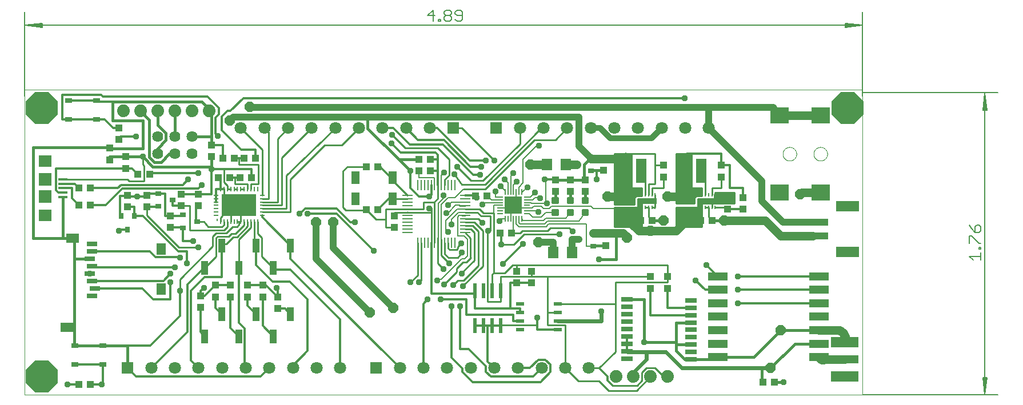
<source format=gtl>
G75*
%MOIN*%
%OFA0B0*%
%FSLAX25Y25*%
%IPPOS*%
%LPD*%
%AMOC8*
5,1,8,0,0,1.08239X$1,22.5*
%
%ADD10C,0.00000*%
%ADD11C,0.00512*%
%ADD12C,0.00600*%
%ADD13R,0.10630X0.06299*%
%ADD14R,0.04331X0.03937*%
%ADD15R,0.03937X0.04331*%
%ADD16C,0.01181*%
%ADD17R,0.06299X0.07087*%
%ADD18R,0.02362X0.08661*%
%ADD19C,0.06400*%
%ADD20C,0.07400*%
%ADD21R,0.07087X0.07087*%
%ADD22C,0.07087*%
%ADD23R,0.05512X0.01378*%
%ADD24R,0.07480X0.07087*%
%ADD25R,0.07480X0.07480*%
%ADD26R,0.18110X0.03937*%
%ADD27R,0.13386X0.06299*%
%ADD28R,0.05906X0.14173*%
%ADD29R,0.03543X0.03150*%
%ADD30R,0.03150X0.03543*%
%ADD31R,0.04724X0.02362*%
%ADD32R,0.07480X0.05512*%
%ADD33R,0.05512X0.07087*%
%ADD34R,0.05906X0.02756*%
%ADD35R,0.00984X0.01969*%
%ADD36R,0.09449X0.03307*%
%ADD37R,0.05118X0.07480*%
%ADD38R,0.07087X0.02756*%
%ADD39R,0.00984X0.02756*%
%ADD40R,0.02756X0.00984*%
%ADD41R,0.20472X0.12598*%
%ADD42R,0.00886X0.01673*%
%ADD43R,0.05906X0.01102*%
%ADD44R,0.01102X0.05906*%
%ADD45R,0.11811X0.04724*%
%ADD46R,0.00787X0.03346*%
%ADD47R,0.03346X0.00787*%
%ADD48R,0.10433X0.10433*%
%ADD49R,0.16000X0.06000*%
%ADD50R,0.16000X0.05000*%
%ADD51R,0.11024X0.09449*%
%ADD52R,0.04134X0.02559*%
%ADD53R,0.03937X0.07874*%
%ADD54C,0.01000*%
%ADD55C,0.00800*%
%ADD56OC8,0.03569*%
%ADD57C,0.01200*%
%ADD58OC8,0.05906*%
%ADD59C,0.05000*%
%ADD60C,0.01600*%
%ADD61C,0.02400*%
%ADD62C,0.04000*%
%ADD63C,0.03200*%
%ADD64OC8,0.18750*%
D10*
X0001256Y0009875D02*
X0001256Y0188103D01*
X0489957Y0188103D01*
X0489957Y0009875D01*
X0001256Y0009875D01*
X0443318Y0150500D02*
X0443320Y0150626D01*
X0443326Y0150752D01*
X0443336Y0150878D01*
X0443350Y0151004D01*
X0443368Y0151129D01*
X0443390Y0151253D01*
X0443415Y0151377D01*
X0443445Y0151500D01*
X0443478Y0151621D01*
X0443516Y0151742D01*
X0443557Y0151861D01*
X0443602Y0151980D01*
X0443650Y0152096D01*
X0443702Y0152211D01*
X0443758Y0152324D01*
X0443818Y0152436D01*
X0443881Y0152545D01*
X0443947Y0152653D01*
X0444016Y0152758D01*
X0444089Y0152861D01*
X0444166Y0152962D01*
X0444245Y0153060D01*
X0444327Y0153156D01*
X0444413Y0153249D01*
X0444501Y0153340D01*
X0444592Y0153427D01*
X0444686Y0153512D01*
X0444782Y0153593D01*
X0444881Y0153672D01*
X0444982Y0153747D01*
X0445086Y0153819D01*
X0445192Y0153888D01*
X0445300Y0153954D01*
X0445410Y0154016D01*
X0445522Y0154074D01*
X0445635Y0154129D01*
X0445751Y0154180D01*
X0445868Y0154228D01*
X0445986Y0154272D01*
X0446106Y0154312D01*
X0446227Y0154348D01*
X0446349Y0154381D01*
X0446472Y0154410D01*
X0446596Y0154434D01*
X0446720Y0154455D01*
X0446845Y0154472D01*
X0446971Y0154485D01*
X0447097Y0154494D01*
X0447223Y0154499D01*
X0447350Y0154500D01*
X0447476Y0154497D01*
X0447602Y0154490D01*
X0447728Y0154479D01*
X0447853Y0154464D01*
X0447978Y0154445D01*
X0448102Y0154422D01*
X0448226Y0154396D01*
X0448348Y0154365D01*
X0448470Y0154331D01*
X0448590Y0154292D01*
X0448709Y0154250D01*
X0448827Y0154205D01*
X0448943Y0154155D01*
X0449058Y0154102D01*
X0449170Y0154045D01*
X0449281Y0153985D01*
X0449390Y0153921D01*
X0449497Y0153854D01*
X0449602Y0153784D01*
X0449705Y0153710D01*
X0449805Y0153633D01*
X0449903Y0153553D01*
X0449998Y0153470D01*
X0450090Y0153384D01*
X0450180Y0153295D01*
X0450267Y0153203D01*
X0450350Y0153109D01*
X0450431Y0153012D01*
X0450509Y0152912D01*
X0450584Y0152810D01*
X0450655Y0152706D01*
X0450723Y0152599D01*
X0450787Y0152491D01*
X0450848Y0152380D01*
X0450906Y0152268D01*
X0450960Y0152154D01*
X0451010Y0152038D01*
X0451057Y0151921D01*
X0451100Y0151802D01*
X0451139Y0151682D01*
X0451175Y0151561D01*
X0451206Y0151438D01*
X0451234Y0151315D01*
X0451258Y0151191D01*
X0451278Y0151066D01*
X0451294Y0150941D01*
X0451306Y0150815D01*
X0451314Y0150689D01*
X0451318Y0150563D01*
X0451318Y0150437D01*
X0451314Y0150311D01*
X0451306Y0150185D01*
X0451294Y0150059D01*
X0451278Y0149934D01*
X0451258Y0149809D01*
X0451234Y0149685D01*
X0451206Y0149562D01*
X0451175Y0149439D01*
X0451139Y0149318D01*
X0451100Y0149198D01*
X0451057Y0149079D01*
X0451010Y0148962D01*
X0450960Y0148846D01*
X0450906Y0148732D01*
X0450848Y0148620D01*
X0450787Y0148509D01*
X0450723Y0148401D01*
X0450655Y0148294D01*
X0450584Y0148190D01*
X0450509Y0148088D01*
X0450431Y0147988D01*
X0450350Y0147891D01*
X0450267Y0147797D01*
X0450180Y0147705D01*
X0450090Y0147616D01*
X0449998Y0147530D01*
X0449903Y0147447D01*
X0449805Y0147367D01*
X0449705Y0147290D01*
X0449602Y0147216D01*
X0449497Y0147146D01*
X0449390Y0147079D01*
X0449281Y0147015D01*
X0449170Y0146955D01*
X0449058Y0146898D01*
X0448943Y0146845D01*
X0448827Y0146795D01*
X0448709Y0146750D01*
X0448590Y0146708D01*
X0448470Y0146669D01*
X0448348Y0146635D01*
X0448226Y0146604D01*
X0448102Y0146578D01*
X0447978Y0146555D01*
X0447853Y0146536D01*
X0447728Y0146521D01*
X0447602Y0146510D01*
X0447476Y0146503D01*
X0447350Y0146500D01*
X0447223Y0146501D01*
X0447097Y0146506D01*
X0446971Y0146515D01*
X0446845Y0146528D01*
X0446720Y0146545D01*
X0446596Y0146566D01*
X0446472Y0146590D01*
X0446349Y0146619D01*
X0446227Y0146652D01*
X0446106Y0146688D01*
X0445986Y0146728D01*
X0445868Y0146772D01*
X0445751Y0146820D01*
X0445635Y0146871D01*
X0445522Y0146926D01*
X0445410Y0146984D01*
X0445300Y0147046D01*
X0445192Y0147112D01*
X0445086Y0147181D01*
X0444982Y0147253D01*
X0444881Y0147328D01*
X0444782Y0147407D01*
X0444686Y0147488D01*
X0444592Y0147573D01*
X0444501Y0147660D01*
X0444413Y0147751D01*
X0444327Y0147844D01*
X0444245Y0147940D01*
X0444166Y0148038D01*
X0444089Y0148139D01*
X0444016Y0148242D01*
X0443947Y0148347D01*
X0443881Y0148455D01*
X0443818Y0148564D01*
X0443758Y0148676D01*
X0443702Y0148789D01*
X0443650Y0148904D01*
X0443602Y0149020D01*
X0443557Y0149139D01*
X0443516Y0149258D01*
X0443478Y0149379D01*
X0443445Y0149500D01*
X0443415Y0149623D01*
X0443390Y0149747D01*
X0443368Y0149871D01*
X0443350Y0149996D01*
X0443336Y0150122D01*
X0443326Y0150248D01*
X0443320Y0150374D01*
X0443318Y0150500D01*
X0461318Y0150500D02*
X0461320Y0150626D01*
X0461326Y0150752D01*
X0461336Y0150878D01*
X0461350Y0151004D01*
X0461368Y0151129D01*
X0461390Y0151253D01*
X0461415Y0151377D01*
X0461445Y0151500D01*
X0461478Y0151621D01*
X0461516Y0151742D01*
X0461557Y0151861D01*
X0461602Y0151980D01*
X0461650Y0152096D01*
X0461702Y0152211D01*
X0461758Y0152324D01*
X0461818Y0152436D01*
X0461881Y0152545D01*
X0461947Y0152653D01*
X0462016Y0152758D01*
X0462089Y0152861D01*
X0462166Y0152962D01*
X0462245Y0153060D01*
X0462327Y0153156D01*
X0462413Y0153249D01*
X0462501Y0153340D01*
X0462592Y0153427D01*
X0462686Y0153512D01*
X0462782Y0153593D01*
X0462881Y0153672D01*
X0462982Y0153747D01*
X0463086Y0153819D01*
X0463192Y0153888D01*
X0463300Y0153954D01*
X0463410Y0154016D01*
X0463522Y0154074D01*
X0463635Y0154129D01*
X0463751Y0154180D01*
X0463868Y0154228D01*
X0463986Y0154272D01*
X0464106Y0154312D01*
X0464227Y0154348D01*
X0464349Y0154381D01*
X0464472Y0154410D01*
X0464596Y0154434D01*
X0464720Y0154455D01*
X0464845Y0154472D01*
X0464971Y0154485D01*
X0465097Y0154494D01*
X0465223Y0154499D01*
X0465350Y0154500D01*
X0465476Y0154497D01*
X0465602Y0154490D01*
X0465728Y0154479D01*
X0465853Y0154464D01*
X0465978Y0154445D01*
X0466102Y0154422D01*
X0466226Y0154396D01*
X0466348Y0154365D01*
X0466470Y0154331D01*
X0466590Y0154292D01*
X0466709Y0154250D01*
X0466827Y0154205D01*
X0466943Y0154155D01*
X0467058Y0154102D01*
X0467170Y0154045D01*
X0467281Y0153985D01*
X0467390Y0153921D01*
X0467497Y0153854D01*
X0467602Y0153784D01*
X0467705Y0153710D01*
X0467805Y0153633D01*
X0467903Y0153553D01*
X0467998Y0153470D01*
X0468090Y0153384D01*
X0468180Y0153295D01*
X0468267Y0153203D01*
X0468350Y0153109D01*
X0468431Y0153012D01*
X0468509Y0152912D01*
X0468584Y0152810D01*
X0468655Y0152706D01*
X0468723Y0152599D01*
X0468787Y0152491D01*
X0468848Y0152380D01*
X0468906Y0152268D01*
X0468960Y0152154D01*
X0469010Y0152038D01*
X0469057Y0151921D01*
X0469100Y0151802D01*
X0469139Y0151682D01*
X0469175Y0151561D01*
X0469206Y0151438D01*
X0469234Y0151315D01*
X0469258Y0151191D01*
X0469278Y0151066D01*
X0469294Y0150941D01*
X0469306Y0150815D01*
X0469314Y0150689D01*
X0469318Y0150563D01*
X0469318Y0150437D01*
X0469314Y0150311D01*
X0469306Y0150185D01*
X0469294Y0150059D01*
X0469278Y0149934D01*
X0469258Y0149809D01*
X0469234Y0149685D01*
X0469206Y0149562D01*
X0469175Y0149439D01*
X0469139Y0149318D01*
X0469100Y0149198D01*
X0469057Y0149079D01*
X0469010Y0148962D01*
X0468960Y0148846D01*
X0468906Y0148732D01*
X0468848Y0148620D01*
X0468787Y0148509D01*
X0468723Y0148401D01*
X0468655Y0148294D01*
X0468584Y0148190D01*
X0468509Y0148088D01*
X0468431Y0147988D01*
X0468350Y0147891D01*
X0468267Y0147797D01*
X0468180Y0147705D01*
X0468090Y0147616D01*
X0467998Y0147530D01*
X0467903Y0147447D01*
X0467805Y0147367D01*
X0467705Y0147290D01*
X0467602Y0147216D01*
X0467497Y0147146D01*
X0467390Y0147079D01*
X0467281Y0147015D01*
X0467170Y0146955D01*
X0467058Y0146898D01*
X0466943Y0146845D01*
X0466827Y0146795D01*
X0466709Y0146750D01*
X0466590Y0146708D01*
X0466470Y0146669D01*
X0466348Y0146635D01*
X0466226Y0146604D01*
X0466102Y0146578D01*
X0465978Y0146555D01*
X0465853Y0146536D01*
X0465728Y0146521D01*
X0465602Y0146510D01*
X0465476Y0146503D01*
X0465350Y0146500D01*
X0465223Y0146501D01*
X0465097Y0146506D01*
X0464971Y0146515D01*
X0464845Y0146528D01*
X0464720Y0146545D01*
X0464596Y0146566D01*
X0464472Y0146590D01*
X0464349Y0146619D01*
X0464227Y0146652D01*
X0464106Y0146688D01*
X0463986Y0146728D01*
X0463868Y0146772D01*
X0463751Y0146820D01*
X0463635Y0146871D01*
X0463522Y0146926D01*
X0463410Y0146984D01*
X0463300Y0147046D01*
X0463192Y0147112D01*
X0463086Y0147181D01*
X0462982Y0147253D01*
X0462881Y0147328D01*
X0462782Y0147407D01*
X0462686Y0147488D01*
X0462592Y0147573D01*
X0462501Y0147660D01*
X0462413Y0147751D01*
X0462327Y0147844D01*
X0462245Y0147940D01*
X0462166Y0148038D01*
X0462089Y0148139D01*
X0462016Y0148242D01*
X0461947Y0148347D01*
X0461881Y0148455D01*
X0461818Y0148564D01*
X0461758Y0148676D01*
X0461702Y0148789D01*
X0461650Y0148904D01*
X0461602Y0149020D01*
X0461557Y0149139D01*
X0461516Y0149258D01*
X0461478Y0149379D01*
X0461445Y0149500D01*
X0461415Y0149623D01*
X0461390Y0149747D01*
X0461368Y0149871D01*
X0461350Y0149996D01*
X0461336Y0150122D01*
X0461326Y0150248D01*
X0461320Y0150374D01*
X0461318Y0150500D01*
D11*
X0489957Y0184353D02*
X0489957Y0233177D01*
X0489701Y0225500D02*
X0479720Y0226524D01*
X0479720Y0226757D02*
X0479720Y0224243D01*
X0489701Y0225500D01*
X0479720Y0224476D01*
X0479720Y0224988D02*
X0489701Y0225500D01*
X0479720Y0226012D01*
X0479720Y0226757D02*
X0489701Y0225500D01*
X0001512Y0225500D01*
X0011492Y0224476D01*
X0011492Y0224243D02*
X0001512Y0225500D01*
X0011492Y0226524D01*
X0011492Y0226757D02*
X0011492Y0224243D01*
X0011492Y0224988D02*
X0001512Y0225500D01*
X0011492Y0226012D01*
X0011492Y0226757D02*
X0001512Y0225500D01*
X0001256Y0233177D02*
X0001256Y0184353D01*
X0489957Y0186228D02*
X0568933Y0186228D01*
X0561256Y0185972D02*
X0562280Y0175992D01*
X0562513Y0175992D02*
X0561256Y0185972D01*
X0560232Y0175992D01*
X0559999Y0175992D02*
X0562513Y0175992D01*
X0561768Y0175992D02*
X0561256Y0185972D01*
X0560744Y0175992D01*
X0559999Y0175992D02*
X0561256Y0185972D01*
X0561256Y0010131D01*
X0562280Y0020111D01*
X0562513Y0020111D02*
X0561256Y0010131D01*
X0560232Y0020111D01*
X0559999Y0020111D02*
X0562513Y0020111D01*
X0561768Y0020111D02*
X0561256Y0010131D01*
X0560744Y0020111D01*
X0559999Y0020111D02*
X0561256Y0010131D01*
X0568933Y0009875D02*
X0489957Y0009875D01*
D12*
X0554424Y0088600D02*
X0552289Y0090735D01*
X0558694Y0090735D01*
X0558694Y0088600D02*
X0558694Y0092870D01*
X0558694Y0095045D02*
X0558694Y0096113D01*
X0557627Y0096113D01*
X0557627Y0095045D01*
X0558694Y0095045D01*
X0558694Y0098268D02*
X0557627Y0098268D01*
X0553356Y0102539D01*
X0552289Y0102539D01*
X0552289Y0098268D01*
X0555491Y0104714D02*
X0555491Y0107916D01*
X0556559Y0108984D01*
X0557627Y0108984D01*
X0558694Y0107916D01*
X0558694Y0105781D01*
X0557627Y0104714D01*
X0555491Y0104714D01*
X0553356Y0106849D01*
X0552289Y0108984D01*
X0256539Y0229129D02*
X0255471Y0228062D01*
X0253336Y0228062D01*
X0252268Y0229129D01*
X0250093Y0229129D02*
X0249026Y0228062D01*
X0246890Y0228062D01*
X0245823Y0229129D01*
X0245823Y0230197D01*
X0246890Y0231265D01*
X0249026Y0231265D01*
X0250093Y0230197D01*
X0250093Y0229129D01*
X0249026Y0231265D02*
X0250093Y0232332D01*
X0250093Y0233400D01*
X0249026Y0234467D01*
X0246890Y0234467D01*
X0245823Y0233400D01*
X0245823Y0232332D01*
X0246890Y0231265D01*
X0243668Y0229129D02*
X0243668Y0228062D01*
X0242600Y0228062D01*
X0242600Y0229129D01*
X0243668Y0229129D01*
X0240425Y0231265D02*
X0236155Y0231265D01*
X0239357Y0234467D01*
X0239357Y0228062D01*
X0252268Y0232332D02*
X0252268Y0233400D01*
X0253336Y0234467D01*
X0255471Y0234467D01*
X0256539Y0233400D01*
X0256539Y0229129D01*
X0256539Y0231265D02*
X0253336Y0231265D01*
X0252268Y0232332D01*
D13*
X0351256Y0124762D03*
X0351256Y0113738D03*
X0386256Y0113738D03*
X0386256Y0124762D03*
D14*
X0373756Y0137154D03*
X0373756Y0143846D03*
X0407506Y0143846D03*
X0407506Y0137154D03*
X0411256Y0125096D03*
X0420006Y0125096D03*
X0420006Y0118404D03*
X0411256Y0118404D03*
X0402102Y0111750D03*
X0395409Y0111750D03*
X0367102Y0111750D03*
X0360409Y0111750D03*
X0340006Y0103846D03*
X0340006Y0097154D03*
X0366256Y0078846D03*
X0376256Y0078846D03*
X0376256Y0072154D03*
X0366256Y0072154D03*
X0296881Y0075279D03*
X0288131Y0075279D03*
X0288131Y0081971D03*
X0296881Y0081971D03*
X0207102Y0118000D03*
X0200409Y0118000D03*
X0231034Y0140500D03*
X0237727Y0140500D03*
X0237727Y0147375D03*
X0231034Y0147375D03*
X0207102Y0143000D03*
X0200409Y0143000D03*
X0102506Y0126971D03*
X0092506Y0126971D03*
X0092506Y0120279D03*
X0102506Y0120279D03*
X0086256Y0114471D03*
X0086256Y0107779D03*
X0072506Y0119654D03*
X0061256Y0119654D03*
X0061256Y0126346D03*
X0072506Y0126346D03*
X0060006Y0142154D03*
X0060006Y0148846D03*
X0056256Y0159029D03*
X0056256Y0165721D03*
X0310631Y0135409D03*
X0310631Y0128716D03*
X0319381Y0128716D03*
X0328131Y0128716D03*
X0328131Y0135409D03*
X0319381Y0135409D03*
X0338756Y0140904D03*
X0338756Y0147596D03*
X0431659Y0017375D03*
X0438352Y0017375D03*
D15*
X0285227Y0104250D03*
X0278534Y0104250D03*
X0270852Y0126125D03*
X0264159Y0126125D03*
X0216881Y0114471D03*
X0216881Y0107779D03*
X0140006Y0073846D03*
X0131256Y0073846D03*
X0121256Y0073846D03*
X0112506Y0073846D03*
X0112506Y0067154D03*
X0103756Y0067596D03*
X0103756Y0060904D03*
X0121256Y0067154D03*
X0131256Y0067154D03*
X0140006Y0067154D03*
X0148756Y0066971D03*
X0148756Y0060279D03*
X0039602Y0016125D03*
X0032909Y0016125D03*
X0032909Y0120500D03*
X0039602Y0120500D03*
X0039602Y0130500D03*
X0032909Y0130500D03*
X0067284Y0138625D03*
X0073977Y0138625D03*
X0050631Y0147154D03*
X0050631Y0153846D03*
X0110006Y0155721D03*
X0110006Y0149029D03*
X0116659Y0148000D03*
X0123352Y0148000D03*
X0129159Y0148000D03*
X0135852Y0148000D03*
X0133352Y0136750D03*
X0126659Y0136750D03*
X0120852Y0136750D03*
X0114159Y0136750D03*
D16*
X0309253Y0124706D02*
X0312009Y0124706D01*
X0312009Y0121950D01*
X0309253Y0121950D01*
X0309253Y0124706D01*
X0309253Y0123130D02*
X0312009Y0123130D01*
X0312009Y0124310D02*
X0309253Y0124310D01*
X0318003Y0124706D02*
X0320759Y0124706D01*
X0320759Y0121950D01*
X0318003Y0121950D01*
X0318003Y0124706D01*
X0318003Y0123130D02*
X0320759Y0123130D01*
X0320759Y0124310D02*
X0318003Y0124310D01*
X0326753Y0124706D02*
X0329509Y0124706D01*
X0329509Y0121950D01*
X0326753Y0121950D01*
X0326753Y0124706D01*
X0326753Y0123130D02*
X0329509Y0123130D01*
X0329509Y0124310D02*
X0326753Y0124310D01*
X0326753Y0117800D02*
X0329509Y0117800D01*
X0329509Y0115044D01*
X0326753Y0115044D01*
X0326753Y0117800D01*
X0326753Y0116224D02*
X0329509Y0116224D01*
X0329509Y0117404D02*
X0326753Y0117404D01*
X0320759Y0117800D02*
X0318003Y0117800D01*
X0320759Y0117800D02*
X0320759Y0115044D01*
X0318003Y0115044D01*
X0318003Y0117800D01*
X0318003Y0116224D02*
X0320759Y0116224D01*
X0320759Y0117404D02*
X0318003Y0117404D01*
X0312009Y0117800D02*
X0309253Y0117800D01*
X0312009Y0117800D02*
X0312009Y0115044D01*
X0309253Y0115044D01*
X0309253Y0117800D01*
X0309253Y0116224D02*
X0312009Y0116224D01*
X0312009Y0117404D02*
X0309253Y0117404D01*
D17*
X0309494Y0093000D03*
X0320518Y0093000D03*
X0316768Y0144250D03*
X0305744Y0144250D03*
D18*
X0278756Y0070736D03*
X0273756Y0070736D03*
X0268756Y0070736D03*
X0263756Y0070736D03*
X0263756Y0050264D03*
X0268756Y0050264D03*
X0273756Y0050264D03*
X0278756Y0050264D03*
D19*
X0098756Y0150500D03*
X0088756Y0150500D03*
X0078756Y0150500D03*
X0078756Y0160500D03*
X0088756Y0160500D03*
X0098756Y0160500D03*
D20*
X0098756Y0175500D03*
X0108756Y0175500D03*
X0088756Y0175500D03*
X0078756Y0175500D03*
X0068756Y0175500D03*
X0058756Y0175500D03*
X0346256Y0020500D03*
X0356256Y0020500D03*
X0366256Y0020500D03*
X0376256Y0020500D03*
D21*
X0206256Y0025500D03*
X0061256Y0025500D03*
X0251256Y0165500D03*
X0276256Y0165500D03*
D22*
X0290035Y0165500D03*
X0303815Y0165500D03*
X0317594Y0165500D03*
X0331374Y0165500D03*
X0345154Y0165500D03*
X0358933Y0165500D03*
X0372713Y0165500D03*
X0386492Y0165500D03*
X0400272Y0165500D03*
X0237476Y0165500D03*
X0223697Y0165500D03*
X0209917Y0165500D03*
X0196138Y0165500D03*
X0182358Y0165500D03*
X0168579Y0165500D03*
X0154799Y0165500D03*
X0141020Y0165500D03*
X0127240Y0165500D03*
X0130154Y0025500D03*
X0116374Y0025500D03*
X0102594Y0025500D03*
X0088815Y0025500D03*
X0075035Y0025500D03*
X0143933Y0025500D03*
X0157713Y0025500D03*
X0171492Y0025500D03*
X0185272Y0025500D03*
X0220035Y0025500D03*
X0233815Y0025500D03*
X0247594Y0025500D03*
X0261374Y0025500D03*
X0275154Y0025500D03*
X0288933Y0025500D03*
X0302713Y0025500D03*
X0316492Y0025500D03*
X0330272Y0025500D03*
D23*
X0023564Y0125382D03*
X0023564Y0127941D03*
X0023564Y0130500D03*
X0023564Y0133059D03*
X0023564Y0135618D03*
D24*
X0013131Y0146248D03*
X0013131Y0114752D03*
D25*
X0013131Y0125500D03*
X0013131Y0135500D03*
D26*
X0460751Y0110687D03*
X0460751Y0102813D03*
D27*
X0481224Y0093364D03*
X0481224Y0120136D03*
D28*
X0395783Y0140500D03*
X0386728Y0140500D03*
X0360783Y0140500D03*
X0351728Y0140500D03*
D29*
X0331443Y0140510D03*
X0323175Y0144250D03*
X0331443Y0147990D03*
X0332693Y0104240D03*
X0324425Y0100500D03*
X0332693Y0096760D03*
X0101837Y0111125D03*
X0093569Y0107385D03*
X0093569Y0114865D03*
X0087462Y0123625D03*
X0079194Y0127365D03*
X0079194Y0119885D03*
D30*
X0064996Y0114437D03*
X0057516Y0114437D03*
X0061256Y0106169D03*
D31*
X0290232Y0063000D03*
X0290232Y0058000D03*
X0290232Y0053000D03*
X0290232Y0048000D03*
X0312280Y0048000D03*
X0312280Y0053000D03*
X0312280Y0058000D03*
X0312280Y0063000D03*
D32*
X0029199Y0101425D03*
X0025656Y0049457D03*
D33*
X0080774Y0071504D03*
X0080774Y0095126D03*
D34*
X0040616Y0093551D03*
X0040616Y0097882D03*
X0039041Y0089220D03*
X0040616Y0084890D03*
X0039041Y0080559D03*
X0040616Y0076228D03*
X0042191Y0071898D03*
X0040616Y0067567D03*
D35*
X0361069Y0119260D03*
X0363037Y0119260D03*
X0365006Y0119260D03*
X0366974Y0119260D03*
X0368943Y0119260D03*
X0368943Y0126740D03*
X0366974Y0126740D03*
X0365006Y0126740D03*
X0363037Y0126740D03*
X0361069Y0126740D03*
X0396069Y0126740D03*
X0398037Y0126740D03*
X0400006Y0126740D03*
X0401974Y0126740D03*
X0403943Y0126740D03*
X0403943Y0119260D03*
X0401974Y0119260D03*
X0400006Y0119260D03*
X0398037Y0119260D03*
X0396069Y0119260D03*
D36*
X0400006Y0123000D03*
X0365006Y0123000D03*
D37*
X0215833Y0124201D03*
X0194179Y0124201D03*
X0194179Y0136799D03*
X0215833Y0136799D03*
D38*
X0352555Y0065500D03*
X0352555Y0061169D03*
X0352555Y0056839D03*
X0352555Y0052508D03*
X0352555Y0048177D03*
X0352555Y0043846D03*
X0352555Y0039516D03*
X0352555Y0035185D03*
X0352555Y0030854D03*
X0389957Y0030500D03*
X0389957Y0034831D03*
X0389957Y0039161D03*
X0389957Y0043492D03*
X0389957Y0047823D03*
X0389957Y0052154D03*
X0389957Y0056484D03*
X0389957Y0060815D03*
X0389957Y0065146D03*
D39*
X0137083Y0111051D03*
X0135114Y0111051D03*
X0133146Y0111051D03*
X0131177Y0111051D03*
X0129209Y0111051D03*
X0127240Y0111051D03*
X0125272Y0111051D03*
X0123303Y0111051D03*
X0121335Y0111051D03*
X0119366Y0111051D03*
X0117398Y0111051D03*
X0115429Y0111051D03*
X0115429Y0129949D03*
X0117398Y0129949D03*
X0119366Y0129949D03*
X0121335Y0129949D03*
X0123303Y0129949D03*
X0125272Y0129949D03*
X0127240Y0129949D03*
X0129209Y0129949D03*
X0131177Y0129949D03*
X0133146Y0129949D03*
X0135114Y0129949D03*
X0137083Y0129949D03*
D40*
X0139642Y0126406D03*
X0139642Y0124437D03*
X0139642Y0122469D03*
X0139642Y0120500D03*
X0139642Y0118531D03*
X0139642Y0116563D03*
X0139642Y0114594D03*
X0112870Y0114594D03*
X0112870Y0116563D03*
X0112870Y0118531D03*
X0112870Y0120500D03*
X0112870Y0122469D03*
X0112870Y0124437D03*
X0112870Y0126406D03*
D41*
X0126256Y0120500D03*
D42*
X0113411Y0111986D03*
D43*
X0224524Y0112547D03*
X0224524Y0110579D03*
X0224524Y0108610D03*
X0224524Y0106642D03*
X0224524Y0104673D03*
X0224524Y0114516D03*
X0224524Y0116484D03*
X0224524Y0118453D03*
X0224524Y0120421D03*
X0224524Y0122390D03*
X0224524Y0124358D03*
X0224524Y0126327D03*
X0257988Y0126327D03*
X0257988Y0124358D03*
X0257988Y0122390D03*
X0257988Y0120421D03*
X0257988Y0118453D03*
X0257988Y0116484D03*
X0257988Y0114516D03*
X0257988Y0112547D03*
X0257988Y0110579D03*
X0257988Y0108610D03*
X0257988Y0106642D03*
X0257988Y0104673D03*
D44*
X0252083Y0098768D03*
X0250114Y0098768D03*
X0248146Y0098768D03*
X0246177Y0098768D03*
X0244209Y0098768D03*
X0242240Y0098768D03*
X0240272Y0098768D03*
X0238303Y0098768D03*
X0236335Y0098768D03*
X0234366Y0098768D03*
X0232398Y0098768D03*
X0230429Y0098768D03*
X0230429Y0132232D03*
X0232398Y0132232D03*
X0234366Y0132232D03*
X0236335Y0132232D03*
X0238303Y0132232D03*
X0240272Y0132232D03*
X0242240Y0132232D03*
X0244209Y0132232D03*
X0246177Y0132232D03*
X0248146Y0132232D03*
X0250114Y0132232D03*
X0252083Y0132232D03*
D45*
X0405478Y0079122D03*
X0405478Y0071248D03*
X0405478Y0063374D03*
X0405478Y0055500D03*
X0405478Y0047626D03*
X0405478Y0039752D03*
X0405478Y0031878D03*
X0464533Y0031878D03*
X0464533Y0039752D03*
X0464533Y0047626D03*
X0464533Y0055500D03*
X0464533Y0063374D03*
X0464533Y0071248D03*
X0464533Y0079122D03*
D46*
X0290980Y0112724D03*
X0289406Y0112724D03*
X0287831Y0112724D03*
X0286256Y0112724D03*
X0284681Y0112724D03*
X0283106Y0112724D03*
X0281531Y0112724D03*
X0281531Y0128276D03*
X0283106Y0128276D03*
X0284681Y0128276D03*
X0286256Y0128276D03*
X0287831Y0128276D03*
X0289406Y0128276D03*
X0290980Y0128276D03*
D47*
X0294031Y0125224D03*
X0294031Y0123650D03*
X0294031Y0122075D03*
X0294031Y0120500D03*
X0294031Y0118925D03*
X0294031Y0117350D03*
X0294031Y0115776D03*
X0278480Y0115776D03*
X0278480Y0117350D03*
X0278480Y0118925D03*
X0278480Y0120500D03*
X0278480Y0122075D03*
X0278480Y0123650D03*
X0278480Y0125224D03*
D48*
X0286256Y0120500D03*
D49*
X0479506Y0040500D03*
X0479506Y0020500D03*
D50*
X0479506Y0030500D03*
D51*
X0465318Y0128059D03*
X0441303Y0128059D03*
X0441303Y0172941D03*
X0465318Y0172941D03*
D52*
X0046925Y0038512D03*
X0030587Y0038512D03*
X0030587Y0027488D03*
X0046925Y0027488D03*
X0043175Y0170613D03*
X0026837Y0170613D03*
X0026837Y0181637D03*
X0043175Y0181637D03*
D53*
X0116256Y0096996D03*
X0136256Y0096996D03*
X0156256Y0096996D03*
X0146256Y0084004D03*
X0126256Y0084004D03*
X0106256Y0084004D03*
X0116256Y0056996D03*
X0136256Y0056996D03*
X0156256Y0056996D03*
X0146256Y0044004D03*
X0126256Y0044004D03*
X0106256Y0044004D03*
D54*
X0091756Y0070500D02*
X0091756Y0077389D01*
X0110887Y0096521D01*
X0110887Y0102341D01*
X0112796Y0104250D01*
X0118756Y0104250D01*
X0122506Y0108000D01*
X0125006Y0108000D01*
X0126256Y0109250D01*
X0126256Y0111051D01*
X0127240Y0111051D01*
X0127240Y0119516D01*
X0122626Y0120500D02*
X0115429Y0113304D01*
X0115429Y0111051D01*
X0117398Y0111051D02*
X0117398Y0109142D01*
X0116256Y0108000D01*
X0108131Y0108000D01*
X0105631Y0111125D01*
X0101837Y0111125D01*
X0097506Y0106125D02*
X0117506Y0106125D01*
X0119381Y0108000D01*
X0119381Y0111036D01*
X0119366Y0111051D01*
X0121335Y0111051D02*
X0121335Y0115421D01*
X0125272Y0111051D02*
X0126256Y0111051D01*
X0129132Y0110975D02*
X0129209Y0111051D01*
X0129132Y0110975D02*
X0129132Y0109093D01*
X0124164Y0104125D01*
X0121798Y0104125D01*
X0120006Y0102333D01*
X0113708Y0102333D01*
X0112887Y0101513D01*
X0112887Y0090635D01*
X0106256Y0084004D01*
X0126256Y0084004D02*
X0126256Y0100560D01*
X0133209Y0107513D01*
X0133209Y0110128D01*
X0133146Y0110191D01*
X0133146Y0111051D01*
X0131209Y0111020D02*
X0131177Y0111051D01*
X0131209Y0111020D02*
X0131209Y0108341D01*
X0124992Y0102125D01*
X0122881Y0102125D01*
X0118756Y0098000D01*
X0117260Y0098000D01*
X0116256Y0096996D01*
X0102506Y0096125D02*
X0091179Y0096125D01*
X0072506Y0114798D01*
X0072506Y0119654D01*
X0092506Y0120279D02*
X0097506Y0120279D01*
X0097506Y0106125D01*
X0117398Y0120500D02*
X0117398Y0129949D01*
X0119366Y0129949D02*
X0121335Y0129949D01*
X0123303Y0129949D02*
X0125272Y0129949D01*
X0127240Y0129949D02*
X0129209Y0129949D01*
X0131177Y0129949D02*
X0131177Y0133000D01*
X0123756Y0133000D01*
X0123756Y0136750D01*
X0119366Y0132077D02*
X0117506Y0133938D01*
X0117506Y0141750D01*
X0126256Y0144250D02*
X0126256Y0148000D01*
X0126256Y0144250D02*
X0137506Y0144250D01*
X0137506Y0133000D01*
X0133131Y0133000D01*
X0133131Y0129949D01*
X0133146Y0129949D01*
X0139642Y0126406D02*
X0139642Y0153098D01*
X0127240Y0165500D01*
X0141020Y0165500D02*
X0143520Y0163000D01*
X0143520Y0124437D01*
X0139642Y0124437D01*
X0139642Y0122469D02*
X0148756Y0122469D01*
X0148756Y0159457D01*
X0154799Y0165500D01*
X0168579Y0165500D02*
X0151256Y0148177D01*
X0151256Y0120500D01*
X0139642Y0120500D01*
X0139642Y0118531D02*
X0153756Y0118531D01*
X0153756Y0138000D01*
X0182358Y0165500D01*
X0186256Y0155618D02*
X0196138Y0165500D01*
X0215395Y0161530D02*
X0222987Y0153938D01*
X0242193Y0153938D01*
X0248756Y0147375D01*
X0248756Y0138000D01*
X0246160Y0135716D01*
X0246160Y0132250D01*
X0246177Y0132232D01*
X0242240Y0132232D02*
X0242240Y0124609D01*
X0240006Y0122375D01*
X0240272Y0122109D01*
X0240272Y0098768D01*
X0242209Y0098736D02*
X0242209Y0086703D01*
X0245599Y0083313D01*
X0253027Y0083729D02*
X0253027Y0081646D01*
X0245631Y0074250D01*
X0251256Y0074131D02*
X0253690Y0076566D01*
X0257121Y0076566D01*
X0265778Y0085223D01*
X0265778Y0105273D01*
X0262458Y0108593D01*
X0258006Y0108593D01*
X0257988Y0108610D01*
X0258067Y0110500D02*
X0257988Y0110579D01*
X0258067Y0110500D02*
X0263443Y0110500D01*
X0268318Y0105625D01*
X0268318Y0085063D01*
X0256881Y0073625D01*
X0256256Y0080500D02*
X0256256Y0081422D01*
X0263591Y0088444D01*
X0263591Y0104632D01*
X0261581Y0106642D01*
X0257988Y0106642D01*
X0257988Y0104673D02*
X0261256Y0101406D01*
X0261256Y0089875D01*
X0261302Y0089875D01*
X0258877Y0087450D01*
X0256748Y0087450D01*
X0253027Y0083729D01*
X0248865Y0086625D02*
X0244209Y0091281D01*
X0244209Y0098768D01*
X0244209Y0100754D01*
X0244223Y0100768D01*
X0246177Y0098768D02*
X0246194Y0098750D01*
X0246194Y0095235D01*
X0246256Y0092049D01*
X0248430Y0089875D01*
X0253756Y0089875D01*
X0256256Y0093000D01*
X0253934Y0095276D02*
X0253172Y0094515D01*
X0249025Y0094515D01*
X0248263Y0095276D01*
X0248263Y0098650D01*
X0248146Y0098768D01*
X0242240Y0098767D02*
X0242230Y0098765D01*
X0242222Y0098761D01*
X0242215Y0098754D01*
X0242211Y0098746D01*
X0242209Y0098736D01*
X0238303Y0098768D02*
X0238303Y0116484D01*
X0224524Y0116484D01*
X0216881Y0116484D01*
X0216881Y0114471D01*
X0211881Y0112375D02*
X0211881Y0107779D01*
X0216881Y0107779D01*
X0211881Y0112375D02*
X0206034Y0112375D01*
X0200409Y0118000D01*
X0200799Y0117611D02*
X0188457Y0117611D01*
X0186895Y0119173D01*
X0186895Y0140577D01*
X0189318Y0143000D01*
X0200409Y0143000D01*
X0208352Y0142980D02*
X0215833Y0135500D01*
X0215833Y0135018D02*
X0224524Y0126327D01*
X0224524Y0124358D02*
X0224506Y0124341D01*
X0220991Y0124341D01*
X0220851Y0124201D01*
X0215833Y0124201D01*
X0211881Y0118453D02*
X0211881Y0112375D01*
X0211881Y0118453D02*
X0224524Y0118453D01*
X0233756Y0118453D01*
X0233756Y0122375D01*
X0240006Y0122375D01*
X0238303Y0118625D02*
X0238303Y0116484D01*
X0224541Y0116502D02*
X0224524Y0116484D01*
X0254848Y0120500D02*
X0254927Y0120421D01*
X0257988Y0120421D01*
X0257988Y0118453D02*
X0266428Y0118453D01*
X0268756Y0116125D01*
X0274693Y0116125D01*
X0274693Y0081125D01*
X0273756Y0080188D01*
X0273756Y0070736D01*
X0278756Y0070736D02*
X0278756Y0078846D01*
X0296881Y0078846D01*
X0296881Y0081971D01*
X0296881Y0078846D02*
X0306256Y0078846D01*
X0306256Y0058000D01*
X0306256Y0050500D01*
X0316492Y0050500D01*
X0316492Y0025500D01*
X0323992Y0018000D01*
X0336256Y0018000D01*
X0341881Y0012375D01*
X0358131Y0012375D01*
X0366256Y0020500D01*
X0361256Y0018288D02*
X0361256Y0023000D01*
X0363756Y0025500D01*
X0368756Y0025500D01*
X0373756Y0020500D01*
X0361256Y0018288D02*
X0358368Y0015400D01*
X0344143Y0015400D01*
X0341156Y0018388D01*
X0341156Y0020600D02*
X0336256Y0025500D01*
X0345631Y0034875D01*
X0345631Y0063000D01*
X0312280Y0063000D01*
X0312280Y0058000D02*
X0306256Y0058000D01*
X0300006Y0050500D02*
X0278756Y0050500D01*
X0278756Y0064250D02*
X0271256Y0064250D01*
X0271256Y0105247D01*
X0271509Y0105500D01*
X0272818Y0105500D01*
X0272818Y0114250D01*
X0267506Y0114250D01*
X0265272Y0116484D01*
X0257988Y0116484D01*
X0257988Y0114516D02*
X0256273Y0114516D01*
X0256256Y0114498D01*
X0257146Y0114498D01*
X0257988Y0112547D02*
X0265771Y0112547D01*
X0268131Y0110187D01*
X0286256Y0104250D02*
X0290006Y0104250D01*
X0291465Y0105710D01*
X0306038Y0105710D01*
X0307765Y0107437D01*
X0318781Y0107437D01*
X0320943Y0105187D01*
X0313131Y0103625D02*
X0292506Y0103625D01*
X0286568Y0097687D01*
X0279159Y0097687D01*
X0255898Y0098437D02*
X0253934Y0096473D01*
X0253934Y0095276D01*
X0232398Y0098768D02*
X0232398Y0076642D01*
X0231256Y0075500D01*
X0230429Y0079673D02*
X0226256Y0075500D01*
X0230429Y0079673D02*
X0230429Y0098768D01*
X0274693Y0081125D02*
X0281256Y0081125D01*
X0285631Y0085500D01*
X0288131Y0085500D01*
X0288131Y0081971D01*
X0288131Y0085500D02*
X0376256Y0085500D01*
X0376256Y0078846D01*
X0376256Y0075522D01*
X0376254Y0075514D01*
X0376250Y0075506D01*
X0376242Y0075502D01*
X0376234Y0075500D01*
X0345631Y0075500D01*
X0345631Y0063000D01*
X0366256Y0078846D02*
X0306256Y0078846D01*
X0278756Y0070736D02*
X0278756Y0064250D01*
X0330272Y0025500D02*
X0336256Y0025500D01*
X0146256Y0084004D02*
X0139624Y0090635D01*
X0139624Y0101513D01*
X0137209Y0103929D01*
X0137209Y0111051D01*
X0135114Y0111051D02*
X0135114Y0098138D01*
X0139642Y0116563D02*
X0156256Y0116563D01*
X0156256Y0135500D01*
X0176256Y0155500D01*
X0186256Y0155500D01*
X0186256Y0155618D01*
X0251256Y0165500D02*
X0256256Y0165500D01*
X0275006Y0146750D01*
X0268621Y0135010D02*
X0290035Y0156424D01*
X0290035Y0165500D01*
X0298496Y0158603D02*
X0269921Y0130028D01*
X0257159Y0130028D01*
X0255978Y0132653D02*
X0269718Y0132653D01*
X0302565Y0165500D01*
X0303815Y0165500D01*
X0310697Y0158603D02*
X0317594Y0165500D01*
X0310697Y0158603D02*
X0298496Y0158603D01*
X0261513Y0135010D02*
X0253185Y0143337D01*
X0253343Y0143025D01*
X0251881Y0138625D02*
X0255978Y0132653D01*
X0261513Y0135010D02*
X0268621Y0135010D01*
X0345006Y0135314D02*
X0355006Y0135314D01*
X0355006Y0136312D02*
X0345006Y0136312D01*
X0345006Y0137311D02*
X0355006Y0137311D01*
X0355006Y0138309D02*
X0345006Y0138309D01*
X0345006Y0139308D02*
X0355006Y0139308D01*
X0355006Y0140306D02*
X0345006Y0140306D01*
X0345006Y0141305D02*
X0355006Y0141305D01*
X0355006Y0142303D02*
X0345006Y0142303D01*
X0345006Y0143302D02*
X0355006Y0143302D01*
X0355006Y0144301D02*
X0345006Y0144301D01*
X0345006Y0145299D02*
X0355006Y0145299D01*
X0355006Y0146298D02*
X0345006Y0146298D01*
X0345006Y0147296D02*
X0355006Y0147296D01*
X0355006Y0148295D02*
X0345006Y0148295D01*
X0345006Y0149293D02*
X0355006Y0149293D01*
X0355006Y0150292D02*
X0345006Y0150292D01*
X0345006Y0150500D02*
X0345006Y0121050D01*
X0356956Y0121050D01*
X0356956Y0124996D01*
X0358010Y0126050D01*
X0361237Y0126050D01*
X0361237Y0130500D01*
X0355006Y0130500D01*
X0355006Y0150500D01*
X0345006Y0150500D01*
X0351728Y0150500D02*
X0368756Y0150500D01*
X0368756Y0143846D01*
X0373756Y0143846D01*
X0368756Y0143846D02*
X0368756Y0133000D01*
X0365006Y0133000D01*
X0365006Y0126740D01*
X0366974Y0126740D02*
X0366974Y0130500D01*
X0373756Y0130500D01*
X0373756Y0137154D01*
X0381256Y0137311D02*
X0390006Y0137311D01*
X0390006Y0138309D02*
X0381256Y0138309D01*
X0381256Y0139308D02*
X0390006Y0139308D01*
X0390006Y0140306D02*
X0381256Y0140306D01*
X0381256Y0141305D02*
X0390006Y0141305D01*
X0390006Y0142303D02*
X0381256Y0142303D01*
X0381256Y0143302D02*
X0390006Y0143302D01*
X0390006Y0144301D02*
X0381256Y0144301D01*
X0381256Y0145299D02*
X0390006Y0145299D01*
X0390006Y0146298D02*
X0381256Y0146298D01*
X0381256Y0147296D02*
X0390006Y0147296D01*
X0390006Y0148295D02*
X0381256Y0148295D01*
X0381256Y0149293D02*
X0390006Y0149293D01*
X0390006Y0150292D02*
X0381256Y0150292D01*
X0381256Y0150500D02*
X0390006Y0150500D01*
X0390006Y0130500D01*
X0396237Y0130500D01*
X0396237Y0126050D01*
X0393010Y0126050D01*
X0391956Y0124996D01*
X0391956Y0121750D01*
X0381256Y0121750D01*
X0381256Y0150500D01*
X0398037Y0138246D02*
X0398037Y0126740D01*
X0396237Y0126327D02*
X0381256Y0126327D01*
X0381256Y0125329D02*
X0392289Y0125329D01*
X0391956Y0124330D02*
X0381256Y0124330D01*
X0381256Y0123332D02*
X0391956Y0123332D01*
X0391956Y0122333D02*
X0381256Y0122333D01*
X0381256Y0119250D02*
X0393756Y0119250D01*
X0393756Y0124250D01*
X0403756Y0124250D01*
X0403756Y0125207D01*
X0403767Y0125217D01*
X0403767Y0125987D01*
X0403774Y0125995D01*
X0403774Y0128000D01*
X0415006Y0128000D01*
X0415006Y0121750D01*
X0396256Y0121750D01*
X0396256Y0120793D01*
X0396245Y0120783D01*
X0396245Y0120013D01*
X0396237Y0120005D01*
X0396237Y0118514D01*
X0396245Y0118506D01*
X0396245Y0117737D01*
X0396256Y0117726D01*
X0396256Y0108000D01*
X0381256Y0108000D01*
X0381256Y0119250D01*
X0381256Y0118339D02*
X0396245Y0118339D01*
X0396256Y0117341D02*
X0381256Y0117341D01*
X0381256Y0116342D02*
X0396256Y0116342D01*
X0396256Y0115344D02*
X0381256Y0115344D01*
X0381256Y0114345D02*
X0396256Y0114345D01*
X0396256Y0113347D02*
X0381256Y0113347D01*
X0381256Y0112348D02*
X0396256Y0112348D01*
X0396256Y0111350D02*
X0381256Y0111350D01*
X0381256Y0110351D02*
X0396256Y0110351D01*
X0396256Y0109353D02*
X0381256Y0109353D01*
X0381256Y0108354D02*
X0396256Y0108354D01*
X0399974Y0113878D02*
X0402102Y0111750D01*
X0399974Y0113878D02*
X0399974Y0119260D01*
X0398037Y0119260D01*
X0396237Y0119338D02*
X0393756Y0119338D01*
X0393756Y0120336D02*
X0396245Y0120336D01*
X0396256Y0121335D02*
X0393756Y0121335D01*
X0393756Y0122333D02*
X0415006Y0122333D01*
X0415006Y0123332D02*
X0393756Y0123332D01*
X0401974Y0123000D02*
X0401974Y0119260D01*
X0403943Y0119260D02*
X0403974Y0119260D01*
X0406256Y0119260D01*
X0410400Y0119260D01*
X0415006Y0124330D02*
X0403756Y0124330D01*
X0403767Y0125329D02*
X0415006Y0125329D01*
X0415006Y0126327D02*
X0403774Y0126327D01*
X0403774Y0127326D02*
X0415006Y0127326D01*
X0407506Y0130500D02*
X0401974Y0130500D01*
X0401974Y0126740D01*
X0396237Y0127326D02*
X0381256Y0127326D01*
X0381256Y0128324D02*
X0396237Y0128324D01*
X0396237Y0129323D02*
X0381256Y0129323D01*
X0381256Y0130321D02*
X0396237Y0130321D01*
X0390006Y0131320D02*
X0381256Y0131320D01*
X0381256Y0132318D02*
X0390006Y0132318D01*
X0390006Y0133317D02*
X0381256Y0133317D01*
X0381256Y0134315D02*
X0390006Y0134315D01*
X0390006Y0135314D02*
X0381256Y0135314D01*
X0381256Y0136312D02*
X0390006Y0136312D01*
X0407506Y0137154D02*
X0407506Y0130500D01*
X0368943Y0126740D02*
X0368943Y0123000D01*
X0368943Y0119260D01*
X0366974Y0119260D01*
X0365006Y0119260D02*
X0365006Y0113846D01*
X0367102Y0111750D01*
X0361256Y0111350D02*
X0345006Y0111350D01*
X0345006Y0112348D02*
X0361256Y0112348D01*
X0361256Y0113347D02*
X0345006Y0113347D01*
X0345006Y0114345D02*
X0361256Y0114345D01*
X0361256Y0115344D02*
X0345006Y0115344D01*
X0345006Y0116342D02*
X0361256Y0116342D01*
X0361256Y0117341D02*
X0345006Y0117341D01*
X0345006Y0118339D02*
X0361245Y0118339D01*
X0361245Y0118506D02*
X0361245Y0117737D01*
X0361256Y0117726D01*
X0361256Y0108000D01*
X0350869Y0108000D01*
X0350772Y0108040D01*
X0345006Y0108040D01*
X0345006Y0119250D01*
X0358756Y0119250D01*
X0358756Y0124250D01*
X0361256Y0124250D01*
X0361256Y0120793D01*
X0361245Y0120783D01*
X0361245Y0120013D01*
X0361237Y0120005D01*
X0361237Y0118514D01*
X0361245Y0118506D01*
X0361237Y0119338D02*
X0358756Y0119338D01*
X0358756Y0120336D02*
X0361245Y0120336D01*
X0361256Y0121335D02*
X0358756Y0121335D01*
X0358756Y0122333D02*
X0361256Y0122333D01*
X0361256Y0123332D02*
X0358756Y0123332D01*
X0356956Y0123332D02*
X0345006Y0123332D01*
X0345006Y0124330D02*
X0356956Y0124330D01*
X0357289Y0125329D02*
X0345006Y0125329D01*
X0345006Y0126327D02*
X0361237Y0126327D01*
X0361237Y0127326D02*
X0345006Y0127326D01*
X0345006Y0128324D02*
X0361237Y0128324D01*
X0361237Y0129323D02*
X0345006Y0129323D01*
X0345006Y0130321D02*
X0361237Y0130321D01*
X0363037Y0126740D02*
X0363037Y0139640D01*
X0355006Y0134315D02*
X0345006Y0134315D01*
X0345006Y0133317D02*
X0355006Y0133317D01*
X0355006Y0132318D02*
X0345006Y0132318D01*
X0345006Y0131320D02*
X0355006Y0131320D01*
X0356956Y0122333D02*
X0345006Y0122333D01*
X0345006Y0121335D02*
X0356956Y0121335D01*
X0363037Y0119260D02*
X0365006Y0119260D01*
X0361256Y0110351D02*
X0345006Y0110351D01*
X0345006Y0109353D02*
X0361256Y0109353D01*
X0361256Y0108354D02*
X0345006Y0108354D01*
X0119366Y0129949D02*
X0119366Y0132077D01*
X0070631Y0134563D02*
X0070631Y0143625D01*
X0070006Y0144250D01*
X0070006Y0148938D01*
X0070631Y0134563D02*
X0062193Y0134563D01*
X0061138Y0135618D01*
X0023564Y0135618D01*
D55*
X0231034Y0136750D02*
X0240006Y0136750D01*
X0240036Y0136748D01*
X0240065Y0136743D01*
X0240094Y0136735D01*
X0240121Y0136724D01*
X0240148Y0136709D01*
X0240172Y0136692D01*
X0240194Y0136672D01*
X0240214Y0136650D01*
X0240231Y0136626D01*
X0240246Y0136599D01*
X0240257Y0136572D01*
X0240265Y0136543D01*
X0240270Y0136514D01*
X0240272Y0136484D01*
X0240272Y0132232D01*
X0244209Y0132232D02*
X0244209Y0137828D01*
X0245631Y0139563D01*
X0231034Y0140500D02*
X0231034Y0136750D01*
X0245324Y0126437D02*
X0245324Y0124772D01*
X0242310Y0121758D01*
X0242310Y0098838D01*
X0242240Y0098768D01*
X0244223Y0100768D02*
X0244223Y0121095D01*
X0248142Y0125015D01*
X0252146Y0125015D01*
X0257159Y0130028D01*
X0270852Y0126125D02*
X0273328Y0123650D01*
X0278480Y0123650D01*
X0278480Y0125224D02*
X0275631Y0125224D01*
X0275631Y0128625D01*
X0278756Y0131750D02*
X0281531Y0128974D01*
X0281531Y0128276D01*
X0283106Y0128276D02*
X0283106Y0133650D01*
X0281256Y0135500D01*
X0284681Y0137675D02*
X0286256Y0139250D01*
X0284681Y0137675D02*
X0284681Y0128276D01*
X0286256Y0128276D02*
X0286256Y0132375D01*
X0288131Y0134250D01*
X0289406Y0131150D02*
X0291881Y0133625D01*
X0291881Y0147375D01*
X0300006Y0155500D01*
X0301256Y0155500D01*
X0305065Y0135441D02*
X0305065Y0121809D01*
X0305631Y0121750D01*
X0296881Y0121750D01*
X0296556Y0122075D01*
X0294031Y0122075D01*
X0294031Y0123650D02*
X0297481Y0123650D01*
X0298756Y0124875D01*
X0299947Y0124875D01*
X0301881Y0124816D01*
X0298756Y0128000D02*
X0295980Y0125224D01*
X0294031Y0125224D01*
X0291531Y0128276D02*
X0294381Y0131125D01*
X0289406Y0131150D02*
X0289406Y0128276D01*
X0290980Y0128276D02*
X0291531Y0128276D01*
X0287831Y0128276D02*
X0287831Y0122075D01*
X0287831Y0118925D02*
X0294031Y0118925D01*
X0297181Y0118925D01*
X0298131Y0119875D01*
X0302506Y0119875D01*
X0303756Y0118625D01*
X0307212Y0118625D01*
X0308462Y0119875D01*
X0331431Y0119875D01*
X0332681Y0118625D01*
X0351256Y0118625D01*
X0328131Y0116422D02*
X0324485Y0111214D01*
X0306083Y0111214D01*
X0304520Y0109651D01*
X0290007Y0109651D01*
X0289406Y0110252D01*
X0289406Y0112724D01*
X0290980Y0112724D02*
X0290980Y0112651D01*
X0291881Y0111750D01*
X0301256Y0111750D01*
X0303790Y0111750D01*
X0305040Y0113000D01*
X0316896Y0113000D01*
X0319381Y0116422D01*
X0310646Y0116437D02*
X0305259Y0116437D01*
X0302447Y0113625D01*
X0297506Y0113625D01*
X0295355Y0115776D01*
X0294031Y0115776D01*
X0294031Y0117350D02*
X0299981Y0117350D01*
X0300631Y0116750D01*
X0305631Y0121750D02*
X0305631Y0122075D01*
X0310646Y0116437D02*
X0310631Y0116422D01*
X0306894Y0109569D02*
X0306900Y0109563D01*
X0306900Y0109562D01*
X0328756Y0109562D01*
X0328756Y0096750D01*
X0332693Y0096750D01*
X0306894Y0109569D02*
X0306238Y0108923D01*
X0305316Y0108000D01*
X0289381Y0108000D01*
X0287831Y0109550D01*
X0287831Y0112724D01*
X0286256Y0112724D02*
X0286256Y0104250D01*
X0278131Y0111437D02*
X0278131Y0112724D01*
X0281531Y0112724D01*
X0284681Y0112724D02*
X0284681Y0118925D01*
X0278480Y0118925D01*
X0278480Y0120500D02*
X0274693Y0120500D01*
X0274693Y0116125D01*
X0269081Y0122075D02*
X0268131Y0121125D01*
X0269081Y0122075D02*
X0278480Y0122075D01*
X0257988Y0122390D02*
X0250021Y0122390D01*
X0248131Y0120500D01*
X0252506Y0120500D02*
X0254848Y0120500D01*
X0252506Y0120500D02*
X0248131Y0116125D01*
X0247193Y0116125D01*
X0246881Y0111750D02*
X0253584Y0118453D01*
X0257988Y0118453D01*
X0257988Y0116484D02*
X0254115Y0116484D01*
X0250006Y0112375D01*
X0250006Y0109250D01*
X0246881Y0111750D02*
X0246881Y0106125D01*
X0248131Y0104875D01*
X0253635Y0102699D02*
X0257385Y0102699D01*
X0259395Y0100689D01*
X0259395Y0090826D01*
X0257818Y0089250D01*
X0256003Y0089250D01*
X0244068Y0077316D01*
X0242383Y0077316D01*
X0241884Y0076817D01*
X0253635Y0102699D02*
X0253635Y0113678D01*
X0254456Y0114498D01*
X0256256Y0114498D01*
X0301256Y0111750D02*
X0303128Y0111750D01*
X0306894Y0109569D02*
X0306894Y0109569D01*
D56*
X0313131Y0103625D03*
X0320943Y0105187D03*
X0300631Y0116750D03*
X0305631Y0121750D03*
X0301881Y0124816D03*
X0298756Y0128000D03*
X0294381Y0131125D03*
X0288131Y0134250D03*
X0281256Y0135500D03*
X0278756Y0131750D03*
X0275631Y0128625D03*
X0264784Y0124875D03*
X0268131Y0121125D03*
X0268131Y0110187D03*
X0278131Y0111437D03*
X0271509Y0105500D03*
X0279159Y0097687D03*
X0291881Y0098000D03*
X0280006Y0086437D03*
X0256256Y0080500D03*
X0245599Y0083313D03*
X0248865Y0086625D03*
X0256256Y0093000D03*
X0255898Y0098437D03*
X0248131Y0104875D03*
X0250006Y0109250D03*
X0247193Y0116125D03*
X0248131Y0120500D03*
X0237053Y0118625D03*
X0237053Y0125500D03*
X0245324Y0126437D03*
X0245631Y0139563D03*
X0251881Y0138625D03*
X0253343Y0143025D03*
X0266726Y0138470D03*
X0267506Y0143000D03*
X0270006Y0146750D03*
X0275006Y0146750D03*
X0286256Y0139250D03*
X0304381Y0135500D03*
X0334832Y0135500D03*
X0301256Y0155419D03*
X0226256Y0140500D03*
X0215006Y0156750D03*
X0215395Y0161530D03*
X0113756Y0161125D03*
X0070006Y0148938D03*
X0066256Y0160500D03*
X0110006Y0141750D03*
X0102506Y0139250D03*
X0096568Y0135500D03*
X0104381Y0132375D03*
X0066881Y0125500D03*
X0056256Y0105500D03*
X0091881Y0089875D03*
X0095631Y0086750D03*
X0088756Y0084250D03*
X0086256Y0080500D03*
X0086256Y0075500D03*
X0091756Y0070500D03*
X0105631Y0072375D03*
X0148131Y0072375D03*
X0102506Y0096125D03*
X0099394Y0099816D03*
X0039041Y0080559D03*
X0161363Y0115607D03*
X0166256Y0115500D03*
X0193756Y0110500D03*
X0204693Y0093937D03*
X0241884Y0076817D03*
X0245631Y0074250D03*
X0251256Y0074131D03*
X0256881Y0073183D03*
X0243756Y0065500D03*
X0236256Y0065500D03*
X0250006Y0061750D03*
X0255006Y0061750D03*
X0231256Y0075500D03*
X0226256Y0075500D03*
X0300006Y0054875D03*
X0337506Y0058625D03*
X0362506Y0040500D03*
X0416976Y0063374D03*
X0416976Y0071248D03*
X0416976Y0079122D03*
X0398788Y0085500D03*
X0392506Y0076750D03*
X0336256Y0088937D03*
X0443756Y0017375D03*
X0386256Y0183000D03*
X0046256Y0016125D03*
X0026256Y0016125D03*
D57*
X0032909Y0016125D01*
X0039602Y0016125D02*
X0046256Y0016125D01*
X0046925Y0016794D01*
X0046925Y0027488D01*
X0030587Y0027488D01*
X0046256Y0016125D02*
X0047256Y0016125D01*
X0061256Y0025500D02*
X0066256Y0020500D01*
X0138933Y0020500D01*
X0143933Y0025500D01*
X0157713Y0025500D02*
X0157713Y0026957D01*
X0166256Y0035500D01*
X0166256Y0065500D01*
X0155631Y0076125D01*
X0145631Y0076125D01*
X0136256Y0085500D01*
X0136256Y0096996D01*
X0136190Y0096998D01*
X0136123Y0097004D01*
X0136058Y0097013D01*
X0135993Y0097027D01*
X0135928Y0097044D01*
X0135865Y0097065D01*
X0135804Y0097089D01*
X0135743Y0097117D01*
X0135685Y0097149D01*
X0135628Y0097184D01*
X0135574Y0097222D01*
X0135522Y0097263D01*
X0135472Y0097307D01*
X0135425Y0097354D01*
X0135381Y0097404D01*
X0135340Y0097456D01*
X0135302Y0097510D01*
X0135267Y0097567D01*
X0135235Y0097625D01*
X0135207Y0097686D01*
X0135183Y0097747D01*
X0135162Y0097810D01*
X0135145Y0097875D01*
X0135131Y0097940D01*
X0135122Y0098005D01*
X0135116Y0098072D01*
X0135114Y0098138D01*
X0117260Y0098000D02*
X0116256Y0096996D01*
X0116256Y0078500D01*
X0106256Y0078500D01*
X0098256Y0070500D01*
X0098256Y0029839D01*
X0102594Y0025500D01*
X0096256Y0046720D02*
X0075035Y0025500D01*
X0074381Y0038625D02*
X0061256Y0038625D01*
X0074381Y0038625D02*
X0091756Y0056000D01*
X0091756Y0070500D01*
X0096256Y0074250D02*
X0106256Y0084250D01*
X0106256Y0084004D01*
X0095631Y0086750D02*
X0095631Y0088625D01*
X0095631Y0086750D02*
X0095631Y0093625D01*
X0090631Y0093625D01*
X0070006Y0114250D01*
X0065183Y0114250D01*
X0064996Y0114437D01*
X0064996Y0119654D01*
X0061256Y0119654D01*
X0061256Y0125500D02*
X0061256Y0126346D01*
X0061256Y0126125D01*
X0056881Y0126125D01*
X0056881Y0114437D01*
X0057516Y0114437D01*
X0048427Y0120500D02*
X0058267Y0130340D01*
X0102346Y0130340D01*
X0104381Y0132375D01*
X0112870Y0129949D02*
X0115429Y0129949D01*
X0115429Y0135480D01*
X0114159Y0136750D01*
X0120852Y0136750D02*
X0123756Y0136750D01*
X0126659Y0136750D01*
X0133352Y0136750D02*
X0133352Y0141750D01*
X0117506Y0141750D01*
X0110006Y0141750D01*
X0110006Y0126971D01*
X0102506Y0126971D01*
X0092506Y0126971D01*
X0093408Y0132340D02*
X0057439Y0132340D01*
X0055599Y0130500D01*
X0039602Y0130500D01*
X0032909Y0130500D02*
X0030350Y0133059D01*
X0023564Y0133059D01*
X0023564Y0130500D02*
X0028756Y0130500D01*
X0028756Y0124654D01*
X0032909Y0120500D01*
X0039602Y0120500D02*
X0048427Y0120500D01*
X0061256Y0125500D02*
X0066881Y0125500D01*
X0072506Y0125500D01*
X0072506Y0126346D01*
X0072506Y0127365D01*
X0079194Y0127365D01*
X0079194Y0127375D01*
X0083131Y0127375D01*
X0083131Y0114471D01*
X0086256Y0114471D01*
X0093569Y0114471D01*
X0093569Y0114865D01*
X0092506Y0120279D02*
X0087462Y0120279D01*
X0087462Y0123625D01*
X0079194Y0119885D02*
X0079194Y0119654D01*
X0072506Y0119654D01*
X0086256Y0107779D02*
X0093569Y0107779D01*
X0093569Y0107385D01*
X0093569Y0099816D01*
X0099394Y0099816D01*
X0091573Y0090183D02*
X0077438Y0090183D01*
X0074069Y0093551D01*
X0040616Y0093551D01*
X0030006Y0100500D02*
X0029199Y0100500D01*
X0029199Y0101425D01*
X0056256Y0105500D02*
X0056256Y0106169D01*
X0061256Y0106169D01*
X0091573Y0090183D02*
X0091881Y0089875D01*
X0088756Y0084250D02*
X0040616Y0084250D01*
X0040616Y0084890D01*
X0040616Y0076228D02*
X0077219Y0076228D01*
X0077438Y0076447D01*
X0082203Y0076447D01*
X0086256Y0080500D01*
X0086256Y0075500D02*
X0086256Y0065500D01*
X0076256Y0065500D01*
X0069858Y0071898D01*
X0042191Y0071898D01*
X0096256Y0074250D02*
X0096256Y0046720D01*
X0103756Y0046504D02*
X0106256Y0044004D01*
X0103756Y0046504D02*
X0103756Y0060904D01*
X0112506Y0060746D02*
X0116256Y0056996D01*
X0112506Y0060746D02*
X0112506Y0067154D01*
X0106256Y0067596D02*
X0112506Y0073846D01*
X0121256Y0073846D01*
X0131256Y0073846D02*
X0140006Y0073846D01*
X0141881Y0073846D01*
X0148756Y0066971D01*
X0148756Y0071750D01*
X0148131Y0072375D01*
X0140006Y0067154D02*
X0140006Y0050254D01*
X0146256Y0044004D01*
X0129624Y0048521D02*
X0126256Y0051889D01*
X0126256Y0084004D01*
X0146256Y0084004D02*
X0147260Y0083000D01*
X0156256Y0083000D01*
X0185272Y0053984D01*
X0185272Y0025500D01*
X0220035Y0025500D02*
X0156256Y0089280D01*
X0156256Y0096996D01*
X0139642Y0113610D01*
X0139642Y0114594D01*
X0127240Y0119516D02*
X0126256Y0120500D01*
X0117398Y0120500D01*
X0112870Y0122469D02*
X0112870Y0124437D01*
X0112870Y0126406D01*
X0112870Y0129949D01*
X0115429Y0129949D02*
X0117398Y0129949D01*
X0122626Y0120500D02*
X0126256Y0120500D01*
X0121256Y0115500D01*
X0121335Y0115421D01*
X0102506Y0120279D02*
X0101256Y0120279D01*
X0101256Y0111125D01*
X0101837Y0111125D01*
X0093408Y0132340D02*
X0096568Y0135500D01*
X0102506Y0139250D02*
X0074602Y0139250D01*
X0073977Y0138625D01*
X0067284Y0138625D02*
X0063756Y0142154D01*
X0060006Y0142154D01*
X0019408Y0142154D01*
X0019408Y0129231D01*
X0020631Y0128008D01*
X0020631Y0128000D01*
X0023505Y0128000D01*
X0023564Y0127941D01*
X0056256Y0159029D02*
X0057102Y0160500D01*
X0066256Y0160500D01*
X0056256Y0165721D02*
X0052688Y0165721D01*
X0047796Y0170613D01*
X0043175Y0170613D01*
X0026837Y0170613D01*
X0023131Y0170613D01*
X0023131Y0184875D01*
X0045684Y0184875D01*
X0046631Y0183928D01*
X0107828Y0183928D01*
X0114381Y0177375D01*
X0114381Y0173625D01*
X0112506Y0171750D01*
X0112506Y0162375D01*
X0113756Y0161125D01*
X0116256Y0164250D02*
X0127506Y0153000D01*
X0135852Y0153000D01*
X0135852Y0148000D01*
X0129159Y0148000D02*
X0126256Y0148000D01*
X0123352Y0148000D01*
X0116659Y0148000D02*
X0116659Y0155721D01*
X0110006Y0155721D01*
X0116256Y0164250D02*
X0116256Y0172375D01*
X0119381Y0175500D01*
X0121256Y0175500D01*
X0128756Y0183000D01*
X0386256Y0183000D01*
X0387506Y0150500D02*
X0407506Y0150500D01*
X0407506Y0143846D01*
X0412506Y0143846D01*
X0412506Y0130500D01*
X0420006Y0130500D01*
X0420006Y0125096D01*
X0411256Y0125096D02*
X0411256Y0123000D01*
X0403943Y0123000D01*
X0400006Y0123000D01*
X0396069Y0123000D01*
X0396069Y0119260D01*
X0396069Y0112409D01*
X0396068Y0112409D02*
X0396066Y0112360D01*
X0396061Y0112311D01*
X0396051Y0112262D01*
X0396039Y0112215D01*
X0396022Y0112168D01*
X0396003Y0112123D01*
X0395980Y0112080D01*
X0395953Y0112038D01*
X0395924Y0111998D01*
X0395892Y0111961D01*
X0395857Y0111926D01*
X0395820Y0111894D01*
X0395780Y0111865D01*
X0395739Y0111838D01*
X0395695Y0111815D01*
X0395650Y0111796D01*
X0395603Y0111779D01*
X0395556Y0111767D01*
X0395507Y0111757D01*
X0395458Y0111752D01*
X0395409Y0111750D01*
X0386256Y0111750D01*
X0386256Y0113738D01*
X0367102Y0111750D02*
X0366256Y0111750D01*
X0361037Y0113622D02*
X0361037Y0119260D01*
X0361069Y0119260D01*
X0361069Y0123000D01*
X0365006Y0123000D01*
X0368943Y0123000D01*
X0361037Y0126740D02*
X0353234Y0126740D01*
X0351256Y0124762D01*
X0351256Y0125500D01*
X0351256Y0140500D01*
X0351728Y0140500D01*
X0351728Y0145500D01*
X0351728Y0150500D01*
X0360783Y0140500D02*
X0363006Y0140500D01*
X0363006Y0139672D01*
X0363037Y0139640D01*
X0386256Y0140500D02*
X0386256Y0125500D01*
X0386256Y0124762D01*
X0388234Y0126740D01*
X0396069Y0126740D01*
X0403943Y0126740D02*
X0403943Y0123000D01*
X0401974Y0123000D02*
X0400006Y0123000D01*
X0410400Y0119260D02*
X0411256Y0118404D01*
X0420006Y0118404D01*
X0398037Y0138246D02*
X0395783Y0140500D01*
X0387506Y0140500D02*
X0387506Y0150500D01*
X0387506Y0140500D02*
X0386728Y0140500D01*
X0386256Y0140500D01*
X0336256Y0140904D02*
X0334832Y0140904D01*
X0334832Y0135500D01*
X0310631Y0135409D02*
X0309602Y0135500D01*
X0304381Y0135500D01*
X0305065Y0135441D01*
X0287831Y0122075D02*
X0286256Y0120500D01*
X0287831Y0118925D01*
X0286256Y0118925D02*
X0286256Y0120500D01*
X0284681Y0118925D01*
X0286256Y0118925D01*
X0264784Y0124875D02*
X0264205Y0126125D01*
X0261521Y0126309D01*
X0258006Y0126309D01*
X0257988Y0126327D01*
X0242240Y0132232D02*
X0242240Y0140500D01*
X0237727Y0140500D01*
X0242240Y0140500D02*
X0242240Y0147375D01*
X0237727Y0147375D01*
X0242240Y0147375D02*
X0242240Y0150141D01*
X0240943Y0151438D01*
X0220318Y0151438D01*
X0215006Y0156750D01*
X0216256Y0165500D02*
X0225631Y0156125D01*
X0245006Y0156125D01*
X0262661Y0138470D01*
X0266726Y0138470D01*
X0267506Y0143000D02*
X0261256Y0143000D01*
X0245631Y0158625D01*
X0230572Y0158625D01*
X0223697Y0165500D01*
X0216256Y0165500D02*
X0209917Y0165500D01*
X0237476Y0165500D02*
X0241881Y0165500D01*
X0260631Y0146750D01*
X0270006Y0146750D01*
X0301256Y0155419D02*
X0301256Y0155500D01*
X0238303Y0132232D02*
X0238303Y0126750D01*
X0237053Y0125500D01*
X0231256Y0125500D01*
X0226256Y0130500D01*
X0226256Y0140500D01*
X0215833Y0136799D02*
X0215833Y0135500D01*
X0215833Y0135018D01*
X0215833Y0124201D02*
X0213303Y0124201D01*
X0207102Y0118000D01*
X0193756Y0110500D02*
X0191242Y0110500D01*
X0183058Y0118684D01*
X0164937Y0118684D01*
X0161860Y0115607D01*
X0161363Y0115607D01*
X0166256Y0115500D02*
X0183131Y0115500D01*
X0204693Y0093937D01*
X0238303Y0098768D02*
X0238303Y0068938D01*
X0263756Y0068938D01*
X0263756Y0070736D01*
X0263756Y0068938D02*
X0263756Y0060187D01*
X0284381Y0060187D01*
X0284381Y0075279D01*
X0288131Y0075279D01*
X0296881Y0075279D01*
X0280006Y0086437D02*
X0291881Y0098000D01*
X0286256Y0104250D02*
X0285227Y0104250D01*
X0279159Y0104250D02*
X0279159Y0097687D01*
X0279159Y0104250D02*
X0278534Y0104250D01*
X0310028Y0115776D02*
X0310631Y0116422D01*
X0351256Y0118625D02*
X0351256Y0113738D01*
X0353244Y0111750D01*
X0360409Y0111750D01*
X0361037Y0113622D01*
X0332693Y0096760D02*
X0332693Y0096750D01*
X0366256Y0072154D02*
X0366256Y0056484D01*
X0389957Y0056484D01*
X0389957Y0060815D02*
X0376256Y0060815D01*
X0376256Y0072154D01*
X0392506Y0076750D02*
X0398008Y0071248D01*
X0405478Y0071248D01*
X0416976Y0071248D02*
X0464533Y0071248D01*
X0464533Y0063374D02*
X0416976Y0063374D01*
X0416976Y0079122D02*
X0464533Y0079122D01*
X0405478Y0079122D02*
X0398788Y0085500D01*
X0312280Y0048000D02*
X0300006Y0048000D01*
X0300006Y0050500D01*
X0300006Y0054875D01*
X0290232Y0053000D02*
X0286256Y0053000D01*
X0286256Y0056750D01*
X0258756Y0056750D01*
X0258756Y0065500D01*
X0243756Y0065500D01*
X0236256Y0065500D02*
X0233815Y0063059D01*
X0233815Y0025500D01*
X0250006Y0031750D02*
X0250006Y0061750D01*
X0255006Y0061750D02*
X0255006Y0036750D01*
X0260006Y0036750D01*
X0270210Y0026546D01*
X0270210Y0023452D01*
X0273106Y0020557D01*
X0276199Y0020557D01*
X0276256Y0020500D01*
X0297713Y0020500D01*
X0302713Y0025500D01*
X0307656Y0023452D02*
X0307656Y0027548D01*
X0304760Y0030443D01*
X0300665Y0030443D01*
X0295722Y0025500D01*
X0288933Y0025500D01*
X0275154Y0025500D02*
X0271256Y0029398D01*
X0271256Y0050264D01*
X0273756Y0050264D01*
X0278756Y0050264D01*
X0278756Y0050500D01*
X0271256Y0050264D02*
X0268756Y0050264D01*
X0263756Y0050264D01*
X0284381Y0060187D02*
X0290232Y0060187D01*
X0290232Y0058000D01*
X0256881Y0073183D02*
X0256881Y0073625D01*
X0352555Y0043846D02*
X0352555Y0039516D01*
X0352555Y0035185D01*
X0341156Y0020600D02*
X0341156Y0018388D01*
X0373756Y0020500D02*
X0376256Y0020500D01*
X0307656Y0023452D02*
X0302260Y0017432D01*
X0262451Y0017432D01*
X0256431Y0023452D01*
X0256431Y0025325D01*
X0250006Y0031750D01*
X0156256Y0056996D02*
X0152973Y0060279D01*
X0148756Y0060279D01*
X0136256Y0056996D02*
X0131256Y0061996D01*
X0131256Y0067154D01*
X0121256Y0067154D02*
X0121256Y0049004D01*
X0126256Y0044004D01*
X0129624Y0048521D02*
X0129624Y0026029D01*
X0130154Y0025500D01*
X0030006Y0049457D02*
X0025656Y0049457D01*
X0103756Y0067596D02*
X0103756Y0070500D01*
X0105631Y0072375D01*
X0106256Y0067596D02*
X0103756Y0067596D01*
X0237053Y0118625D02*
X0238303Y0118625D01*
X0238303Y0131327D02*
X0238303Y0132232D01*
X0052506Y0181125D02*
X0043175Y0181125D01*
X0043175Y0181637D01*
X0026837Y0181637D01*
D58*
X0120631Y0169875D03*
X0132506Y0178000D03*
X0171256Y0110500D03*
X0181256Y0110500D03*
X0296256Y0144250D03*
X0341256Y0125500D03*
X0376256Y0125500D03*
X0373756Y0111750D03*
X0366256Y0105500D03*
X0352506Y0101750D03*
X0300631Y0098937D03*
X0216256Y0060500D03*
X0202506Y0058000D03*
X0409068Y0111750D03*
X0453443Y0127060D03*
X0442132Y0047626D03*
X0436256Y0025500D03*
D59*
X0464533Y0031878D02*
X0464562Y0031794D01*
X0464593Y0031710D01*
X0464629Y0031629D01*
X0464668Y0031549D01*
X0464710Y0031470D01*
X0464755Y0031394D01*
X0464804Y0031319D01*
X0464856Y0031247D01*
X0464911Y0031176D01*
X0464968Y0031109D01*
X0465029Y0031043D01*
X0465092Y0030981D01*
X0465158Y0030921D01*
X0465227Y0030864D01*
X0465297Y0030810D01*
X0465370Y0030759D01*
X0465445Y0030711D01*
X0465523Y0030666D01*
X0465601Y0030625D01*
X0465682Y0030587D01*
X0465764Y0030552D01*
X0465848Y0030521D01*
X0465932Y0030494D01*
X0466018Y0030470D01*
X0466105Y0030450D01*
X0466192Y0030433D01*
X0466281Y0030421D01*
X0466369Y0030412D01*
X0466458Y0030406D01*
X0466547Y0030405D01*
X0466636Y0030407D01*
X0466725Y0030414D01*
X0466813Y0030423D01*
X0466901Y0030437D01*
X0466989Y0030454D01*
X0467075Y0030476D01*
X0467161Y0030500D01*
X0479506Y0030500D01*
X0479506Y0040500D02*
X0479554Y0040640D01*
X0479599Y0040782D01*
X0479639Y0040925D01*
X0479676Y0041069D01*
X0479709Y0041213D01*
X0479738Y0041359D01*
X0479763Y0041505D01*
X0479784Y0041652D01*
X0479801Y0041800D01*
X0479815Y0041948D01*
X0479824Y0042096D01*
X0479829Y0042244D01*
X0479831Y0042393D01*
X0479829Y0042541D01*
X0479822Y0042689D01*
X0479812Y0042837D01*
X0479798Y0042985D01*
X0479779Y0043132D01*
X0479757Y0043279D01*
X0479731Y0043425D01*
X0479701Y0043571D01*
X0479668Y0043715D01*
X0479630Y0043859D01*
X0479588Y0044002D01*
X0479543Y0044143D01*
X0479494Y0044283D01*
X0479442Y0044422D01*
X0479385Y0044559D01*
X0479325Y0044695D01*
X0479262Y0044829D01*
X0479195Y0044962D01*
X0479124Y0045092D01*
X0479050Y0045221D01*
X0478973Y0045347D01*
X0478892Y0045472D01*
X0478808Y0045594D01*
X0478720Y0045714D01*
X0478630Y0045832D01*
X0478536Y0045947D01*
X0478440Y0046060D01*
X0478340Y0046170D01*
X0478238Y0046278D01*
X0478132Y0046382D01*
X0478024Y0046484D01*
X0477914Y0046583D01*
X0477800Y0046679D01*
X0477685Y0046772D01*
X0477566Y0046861D01*
X0477446Y0046948D01*
X0477323Y0047031D01*
X0477198Y0047111D01*
X0477071Y0047188D01*
X0476942Y0047261D01*
X0476810Y0047331D01*
X0476678Y0047397D01*
X0476543Y0047460D01*
X0476407Y0047519D01*
X0476269Y0047574D01*
X0476130Y0047626D01*
X0464533Y0047626D01*
X0352506Y0101750D02*
X0350016Y0104240D01*
X0346256Y0104240D01*
X0341256Y0104240D01*
X0332693Y0104240D01*
X0353244Y0111750D02*
X0359494Y0105500D01*
X0366256Y0105500D01*
X0381256Y0105500D01*
X0386256Y0110500D01*
X0386256Y0113738D01*
X0409068Y0111750D02*
X0433240Y0111750D01*
X0442177Y0102813D01*
X0460751Y0102813D01*
X0453443Y0127060D02*
X0454443Y0128059D01*
X0465318Y0128059D01*
X0386256Y0125500D02*
X0376256Y0125500D01*
X0351256Y0125500D02*
X0341256Y0125500D01*
X0323175Y0144250D02*
X0316768Y0144250D01*
X0305744Y0144250D02*
X0296256Y0144250D01*
X0331443Y0147596D02*
X0331443Y0147990D01*
X0331443Y0147596D02*
X0338756Y0147596D01*
X0351728Y0147596D01*
X0351728Y0145500D01*
X0441303Y0172941D02*
X0465318Y0172941D01*
D60*
X0338756Y0140904D02*
X0336256Y0140904D01*
X0331443Y0140904D01*
X0331443Y0140510D01*
X0327506Y0144250D02*
X0331246Y0147990D01*
X0331443Y0147990D01*
X0327506Y0144250D02*
X0327506Y0135096D01*
X0328131Y0135409D01*
X0310631Y0135409D01*
X0319381Y0135409D01*
X0319381Y0128716D02*
X0319381Y0123328D01*
X0328131Y0123328D02*
X0328131Y0128716D01*
X0310631Y0128716D02*
X0310631Y0123328D01*
X0340400Y0104240D02*
X0341256Y0104240D01*
X0340400Y0104240D02*
X0340361Y0104238D01*
X0340323Y0104232D01*
X0340286Y0104223D01*
X0340249Y0104210D01*
X0340214Y0104193D01*
X0340181Y0104174D01*
X0340150Y0104151D01*
X0340121Y0104125D01*
X0340095Y0104096D01*
X0340072Y0104065D01*
X0340053Y0104032D01*
X0340036Y0103997D01*
X0340023Y0103960D01*
X0340014Y0103923D01*
X0340008Y0103885D01*
X0340006Y0103846D01*
X0346256Y0104240D02*
X0346256Y0088937D01*
X0336256Y0088937D01*
X0332693Y0096760D02*
X0332695Y0096799D01*
X0332701Y0096837D01*
X0332710Y0096874D01*
X0332723Y0096911D01*
X0332740Y0096946D01*
X0332759Y0096979D01*
X0332782Y0097010D01*
X0332808Y0097039D01*
X0332837Y0097065D01*
X0332868Y0097088D01*
X0332901Y0097107D01*
X0332936Y0097124D01*
X0332973Y0097137D01*
X0333010Y0097146D01*
X0333048Y0097152D01*
X0333087Y0097154D01*
X0340006Y0097154D01*
X0366256Y0111750D02*
X0373756Y0111750D01*
X0402102Y0111750D02*
X0409068Y0111750D01*
X0362506Y0065500D02*
X0352555Y0065500D01*
X0362506Y0065500D02*
X0362506Y0040500D01*
X0381256Y0040500D01*
X0381256Y0039161D01*
X0381256Y0035500D01*
X0386256Y0030500D01*
X0389957Y0030500D01*
X0405350Y0030500D01*
X0405478Y0031878D01*
X0426384Y0031878D01*
X0442132Y0047626D01*
X0464533Y0047626D01*
X0464533Y0039752D02*
X0450508Y0039752D01*
X0436256Y0025500D01*
X0431256Y0025500D02*
X0431256Y0017779D01*
X0431659Y0017375D01*
X0438352Y0017375D02*
X0443756Y0017375D01*
X0405350Y0030500D02*
X0405396Y0030540D01*
X0405440Y0030584D01*
X0405480Y0030630D01*
X0405518Y0030679D01*
X0405552Y0030730D01*
X0405584Y0030783D01*
X0405612Y0030838D01*
X0405636Y0030894D01*
X0405657Y0030952D01*
X0405674Y0031011D01*
X0405687Y0031071D01*
X0405696Y0031132D01*
X0405702Y0031193D01*
X0405704Y0031255D01*
X0405702Y0031316D01*
X0405696Y0031377D01*
X0405686Y0031438D01*
X0405673Y0031498D01*
X0405656Y0031557D01*
X0405635Y0031615D01*
X0405610Y0031671D01*
X0405582Y0031726D01*
X0405551Y0031779D01*
X0405516Y0031830D01*
X0405478Y0031878D01*
X0389957Y0039161D02*
X0381256Y0039161D01*
X0381256Y0040500D02*
X0381256Y0052154D01*
X0389957Y0052154D01*
X0200799Y0117611D02*
X0200409Y0118000D01*
X0226256Y0140500D02*
X0219381Y0147375D01*
X0231034Y0147375D01*
X0219381Y0147375D02*
X0201281Y0165475D01*
X0201281Y0167630D01*
X0201256Y0167656D01*
X0201256Y0172103D01*
X0196138Y0165500D02*
X0196138Y0165382D01*
X0207102Y0143000D02*
X0208352Y0142980D01*
X0110006Y0141750D02*
X0110006Y0149029D01*
X0108756Y0143000D02*
X0075943Y0143000D01*
X0070006Y0148938D01*
X0061256Y0148938D01*
X0060006Y0148846D01*
X0050813Y0148846D01*
X0050631Y0147154D01*
X0050631Y0153625D02*
X0050631Y0153846D01*
X0050631Y0154250D01*
X0006256Y0154250D01*
X0006256Y0101425D01*
X0029199Y0101425D01*
X0023564Y0101425D01*
X0023564Y0125382D01*
X0073956Y0148512D02*
X0076768Y0145700D01*
X0080744Y0145700D01*
X0085544Y0150500D01*
X0088756Y0150500D01*
X0083556Y0158512D02*
X0078756Y0153712D01*
X0078756Y0150500D01*
X0073956Y0148512D02*
X0073956Y0170300D01*
X0068756Y0175500D01*
X0078756Y0175500D02*
X0078756Y0167288D01*
X0083556Y0162488D01*
X0083556Y0158512D01*
X0088756Y0160500D02*
X0088756Y0175500D01*
X0104381Y0181125D02*
X0052506Y0181125D01*
X0052506Y0169875D01*
X0070006Y0169875D01*
X0070006Y0153625D01*
X0050631Y0153625D01*
X0098756Y0160500D02*
X0110006Y0160500D01*
X0110006Y0155721D01*
X0110006Y0160500D02*
X0110006Y0175500D01*
X0108756Y0175500D01*
X0108756Y0176750D01*
X0104381Y0181125D01*
X0108756Y0143000D02*
X0110006Y0141750D01*
X0030006Y0100500D02*
X0030006Y0089220D01*
X0039041Y0089220D01*
X0030006Y0089220D02*
X0030006Y0049457D01*
X0030006Y0038512D01*
X0030587Y0038512D01*
X0046925Y0038512D01*
X0047663Y0038625D01*
X0061256Y0038625D01*
X0061256Y0025500D01*
D61*
X0312280Y0053000D02*
X0337506Y0053000D01*
X0337506Y0058625D01*
X0352555Y0035185D02*
X0352865Y0034875D01*
X0363756Y0034875D01*
X0363756Y0030500D01*
X0356256Y0023000D01*
X0356256Y0020500D01*
X0375006Y0034875D02*
X0384306Y0025575D01*
X0389242Y0025575D01*
X0389317Y0025500D01*
X0431256Y0025500D01*
X0436256Y0025500D01*
X0375006Y0034875D02*
X0363756Y0034875D01*
D62*
X0320518Y0093000D02*
X0320518Y0100500D01*
X0324425Y0100500D01*
X0309494Y0098937D02*
X0309494Y0093000D01*
X0309494Y0098937D02*
X0300631Y0098937D01*
X0216256Y0060500D02*
X0181256Y0095500D01*
X0181256Y0110500D01*
X0171256Y0110500D02*
X0171256Y0089250D01*
X0202506Y0058000D01*
X0324381Y0155052D02*
X0331443Y0147990D01*
X0324381Y0155052D02*
X0324381Y0172103D01*
X0201256Y0172103D01*
X0122859Y0172103D01*
X0120631Y0169875D01*
X0132506Y0178000D02*
X0134853Y0177528D01*
X0400006Y0177528D01*
X0400006Y0165766D01*
X0400272Y0165500D01*
X0431256Y0134516D01*
X0431256Y0123000D01*
X0443569Y0110687D01*
X0460751Y0110687D01*
X0441303Y0172941D02*
X0437653Y0177528D01*
X0400006Y0177528D01*
D63*
X0372713Y0165500D02*
X0366769Y0159557D01*
X0342692Y0159557D01*
X0336748Y0165500D01*
X0331374Y0165500D01*
X0306681Y0144250D02*
X0305744Y0144250D01*
D64*
X0481256Y0177375D03*
X0011256Y0177375D03*
X0011256Y0020500D03*
M02*

</source>
